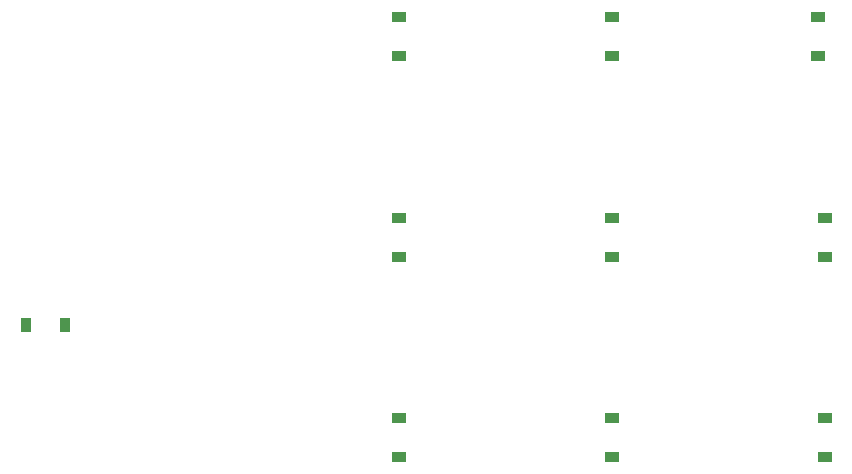
<source format=gbr>
%TF.GenerationSoftware,KiCad,Pcbnew,8.0.8*%
%TF.CreationDate,2025-02-14T20:38:13+05:30*%
%TF.ProjectId,bytepad,62797465-7061-4642-9e6b-696361645f70,8.2*%
%TF.SameCoordinates,Original*%
%TF.FileFunction,Paste,Bot*%
%TF.FilePolarity,Positive*%
%FSLAX46Y46*%
G04 Gerber Fmt 4.6, Leading zero omitted, Abs format (unit mm)*
G04 Created by KiCad (PCBNEW 8.0.8) date 2025-02-14 20:38:13*
%MOMM*%
%LPD*%
G01*
G04 APERTURE LIST*
%ADD10R,1.200000X0.900000*%
%ADD11R,0.900000X1.200000*%
G04 APERTURE END LIST*
D10*
%TO.C,D3*%
X124200000Y-52650000D03*
X124200000Y-49350000D03*
%TD*%
%TO.C,D2*%
X106800000Y-52650000D03*
X106800000Y-49350000D03*
%TD*%
%TO.C,D9*%
X124800000Y-86650000D03*
X124800000Y-83350000D03*
%TD*%
%TO.C,D4*%
X88800000Y-69650000D03*
X88800000Y-66350000D03*
%TD*%
%TO.C,D1*%
X88800000Y-52650000D03*
X88800000Y-49350000D03*
%TD*%
%TO.C,D8*%
X106800000Y-86650000D03*
X106800000Y-83350000D03*
%TD*%
%TO.C,D5*%
X106800000Y-69650000D03*
X106800000Y-66350000D03*
%TD*%
%TO.C,D7*%
X88800000Y-86650000D03*
X88800000Y-83350000D03*
%TD*%
%TO.C,D6*%
X124800000Y-69650000D03*
X124800000Y-66350000D03*
%TD*%
D11*
%TO.C,D10*%
X60450000Y-75400000D03*
X57150000Y-75400000D03*
%TD*%
M02*

</source>
